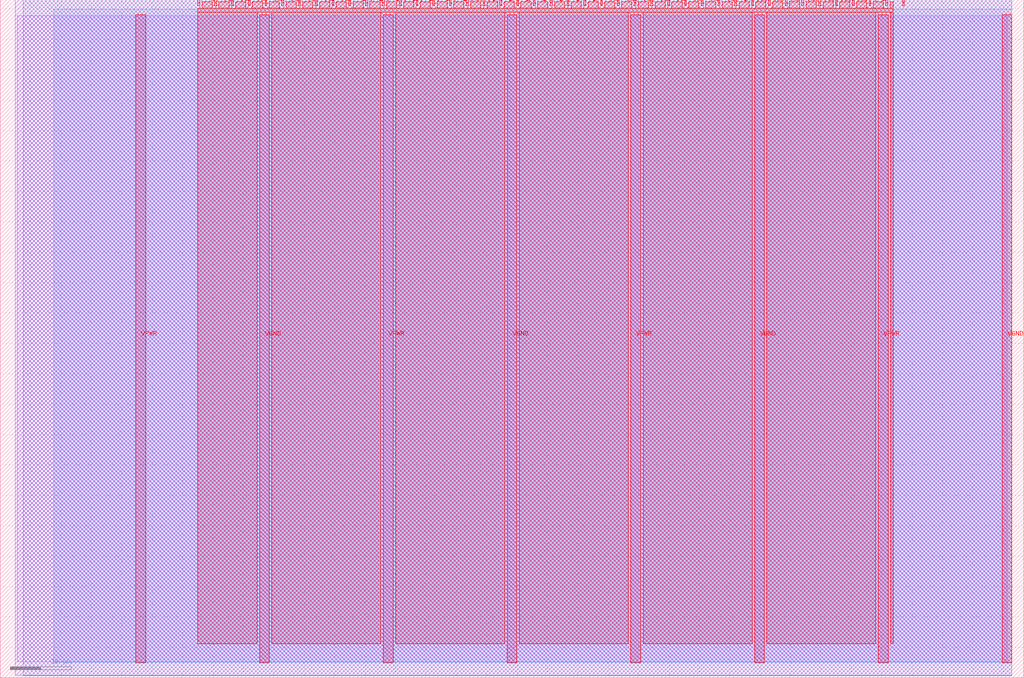
<source format=lef>
VERSION 5.7 ;
  NOWIREEXTENSIONATPIN ON ;
  DIVIDERCHAR "/" ;
  BUSBITCHARS "[]" ;
MACRO tt_um_rejunity_ay8913
  CLASS BLOCK ;
  FOREIGN tt_um_rejunity_ay8913 ;
  ORIGIN 0.000 0.000 ;
  SIZE 168.360 BY 111.520 ;
  PIN VGND
    DIRECTION INOUT ;
    USE GROUND ;
    PORT
      LAYER met4 ;
        RECT 42.670 2.480 44.270 109.040 ;
    END
    PORT
      LAYER met4 ;
        RECT 83.380 2.480 84.980 109.040 ;
    END
    PORT
      LAYER met4 ;
        RECT 124.090 2.480 125.690 109.040 ;
    END
    PORT
      LAYER met4 ;
        RECT 164.800 2.480 166.400 109.040 ;
    END
  END VGND
  PIN VPWR
    DIRECTION INOUT ;
    USE POWER ;
    PORT
      LAYER met4 ;
        RECT 22.315 2.480 23.915 109.040 ;
    END
    PORT
      LAYER met4 ;
        RECT 63.025 2.480 64.625 109.040 ;
    END
    PORT
      LAYER met4 ;
        RECT 103.735 2.480 105.335 109.040 ;
    END
    PORT
      LAYER met4 ;
        RECT 144.445 2.480 146.045 109.040 ;
    END
  END VPWR
  PIN clk
    DIRECTION INPUT ;
    USE SIGNAL ;
    ANTENNAGATEAREA 0.852000 ;
    PORT
      LAYER met4 ;
        RECT 145.670 110.520 145.970 111.520 ;
    END
  END clk
  PIN ena
    DIRECTION INPUT ;
    USE SIGNAL ;
    PORT
      LAYER met4 ;
        RECT 148.430 110.520 148.730 111.520 ;
    END
  END ena
  PIN rst_n
    DIRECTION INPUT ;
    USE SIGNAL ;
    ANTENNAGATEAREA 0.213000 ;
    PORT
      LAYER met4 ;
        RECT 142.910 110.520 143.210 111.520 ;
    END
  END rst_n
  PIN ui_in[0]
    DIRECTION INPUT ;
    USE SIGNAL ;
    ANTENNAGATEAREA 0.213000 ;
    PORT
      LAYER met4 ;
        RECT 140.150 110.520 140.450 111.520 ;
    END
  END ui_in[0]
  PIN ui_in[1]
    DIRECTION INPUT ;
    USE SIGNAL ;
    ANTENNAGATEAREA 0.213000 ;
    PORT
      LAYER met4 ;
        RECT 137.390 110.520 137.690 111.520 ;
    END
  END ui_in[1]
  PIN ui_in[2]
    DIRECTION INPUT ;
    USE SIGNAL ;
    ANTENNAGATEAREA 0.213000 ;
    PORT
      LAYER met4 ;
        RECT 134.630 110.520 134.930 111.520 ;
    END
  END ui_in[2]
  PIN ui_in[3]
    DIRECTION INPUT ;
    USE SIGNAL ;
    ANTENNAGATEAREA 0.159000 ;
    PORT
      LAYER met4 ;
        RECT 131.870 110.520 132.170 111.520 ;
    END
  END ui_in[3]
  PIN ui_in[4]
    DIRECTION INPUT ;
    USE SIGNAL ;
    ANTENNAGATEAREA 0.196500 ;
    PORT
      LAYER met4 ;
        RECT 129.110 110.520 129.410 111.520 ;
    END
  END ui_in[4]
  PIN ui_in[5]
    DIRECTION INPUT ;
    USE SIGNAL ;
    ANTENNAGATEAREA 0.159000 ;
    PORT
      LAYER met4 ;
        RECT 126.350 110.520 126.650 111.520 ;
    END
  END ui_in[5]
  PIN ui_in[6]
    DIRECTION INPUT ;
    USE SIGNAL ;
    ANTENNAGATEAREA 0.213000 ;
    PORT
      LAYER met4 ;
        RECT 123.590 110.520 123.890 111.520 ;
    END
  END ui_in[6]
  PIN ui_in[7]
    DIRECTION INPUT ;
    USE SIGNAL ;
    ANTENNAGATEAREA 0.213000 ;
    PORT
      LAYER met4 ;
        RECT 120.830 110.520 121.130 111.520 ;
    END
  END ui_in[7]
  PIN uio_in[0]
    DIRECTION INPUT ;
    USE SIGNAL ;
    ANTENNAGATEAREA 0.196500 ;
    PORT
      LAYER met4 ;
        RECT 118.070 110.520 118.370 111.520 ;
    END
  END uio_in[0]
  PIN uio_in[1]
    DIRECTION INPUT ;
    USE SIGNAL ;
    ANTENNAGATEAREA 0.196500 ;
    PORT
      LAYER met4 ;
        RECT 115.310 110.520 115.610 111.520 ;
    END
  END uio_in[1]
  PIN uio_in[2]
    DIRECTION INPUT ;
    USE SIGNAL ;
    ANTENNAGATEAREA 0.196500 ;
    PORT
      LAYER met4 ;
        RECT 112.550 110.520 112.850 111.520 ;
    END
  END uio_in[2]
  PIN uio_in[3]
    DIRECTION INPUT ;
    USE SIGNAL ;
    ANTENNAGATEAREA 0.196500 ;
    PORT
      LAYER met4 ;
        RECT 109.790 110.520 110.090 111.520 ;
    END
  END uio_in[3]
  PIN uio_in[4]
    DIRECTION INPUT ;
    USE SIGNAL ;
    PORT
      LAYER met4 ;
        RECT 107.030 110.520 107.330 111.520 ;
    END
  END uio_in[4]
  PIN uio_in[5]
    DIRECTION INPUT ;
    USE SIGNAL ;
    PORT
      LAYER met4 ;
        RECT 104.270 110.520 104.570 111.520 ;
    END
  END uio_in[5]
  PIN uio_in[6]
    DIRECTION INPUT ;
    USE SIGNAL ;
    PORT
      LAYER met4 ;
        RECT 101.510 110.520 101.810 111.520 ;
    END
  END uio_in[6]
  PIN uio_in[7]
    DIRECTION INPUT ;
    USE SIGNAL ;
    PORT
      LAYER met4 ;
        RECT 98.750 110.520 99.050 111.520 ;
    END
  END uio_in[7]
  PIN uio_oe[0]
    DIRECTION OUTPUT TRISTATE ;
    USE SIGNAL ;
    PORT
      LAYER met4 ;
        RECT 51.830 110.520 52.130 111.520 ;
    END
  END uio_oe[0]
  PIN uio_oe[1]
    DIRECTION OUTPUT TRISTATE ;
    USE SIGNAL ;
    PORT
      LAYER met4 ;
        RECT 49.070 110.520 49.370 111.520 ;
    END
  END uio_oe[1]
  PIN uio_oe[2]
    DIRECTION OUTPUT TRISTATE ;
    USE SIGNAL ;
    PORT
      LAYER met4 ;
        RECT 46.310 110.520 46.610 111.520 ;
    END
  END uio_oe[2]
  PIN uio_oe[3]
    DIRECTION OUTPUT TRISTATE ;
    USE SIGNAL ;
    PORT
      LAYER met4 ;
        RECT 43.550 110.520 43.850 111.520 ;
    END
  END uio_oe[3]
  PIN uio_oe[4]
    DIRECTION OUTPUT TRISTATE ;
    USE SIGNAL ;
    PORT
      LAYER met4 ;
        RECT 40.790 110.520 41.090 111.520 ;
    END
  END uio_oe[4]
  PIN uio_oe[5]
    DIRECTION OUTPUT TRISTATE ;
    USE SIGNAL ;
    PORT
      LAYER met4 ;
        RECT 38.030 110.520 38.330 111.520 ;
    END
  END uio_oe[5]
  PIN uio_oe[6]
    DIRECTION OUTPUT TRISTATE ;
    USE SIGNAL ;
    PORT
      LAYER met4 ;
        RECT 35.270 110.520 35.570 111.520 ;
    END
  END uio_oe[6]
  PIN uio_oe[7]
    DIRECTION OUTPUT TRISTATE ;
    USE SIGNAL ;
    PORT
      LAYER met4 ;
        RECT 32.510 110.520 32.810 111.520 ;
    END
  END uio_oe[7]
  PIN uio_out[0]
    DIRECTION OUTPUT TRISTATE ;
    USE SIGNAL ;
    PORT
      LAYER met4 ;
        RECT 73.910 110.520 74.210 111.520 ;
    END
  END uio_out[0]
  PIN uio_out[1]
    DIRECTION OUTPUT TRISTATE ;
    USE SIGNAL ;
    PORT
      LAYER met4 ;
        RECT 71.150 110.520 71.450 111.520 ;
    END
  END uio_out[1]
  PIN uio_out[2]
    DIRECTION OUTPUT TRISTATE ;
    USE SIGNAL ;
    PORT
      LAYER met4 ;
        RECT 68.390 110.520 68.690 111.520 ;
    END
  END uio_out[2]
  PIN uio_out[3]
    DIRECTION OUTPUT TRISTATE ;
    USE SIGNAL ;
    PORT
      LAYER met4 ;
        RECT 65.630 110.520 65.930 111.520 ;
    END
  END uio_out[3]
  PIN uio_out[4]
    DIRECTION OUTPUT TRISTATE ;
    USE SIGNAL ;
    ANTENNADIFFAREA 0.795200 ;
    PORT
      LAYER met4 ;
        RECT 62.870 110.520 63.170 111.520 ;
    END
  END uio_out[4]
  PIN uio_out[5]
    DIRECTION OUTPUT TRISTATE ;
    USE SIGNAL ;
    ANTENNADIFFAREA 0.795200 ;
    PORT
      LAYER met4 ;
        RECT 60.110 110.520 60.410 111.520 ;
    END
  END uio_out[5]
  PIN uio_out[6]
    DIRECTION OUTPUT TRISTATE ;
    USE SIGNAL ;
    ANTENNADIFFAREA 0.795200 ;
    PORT
      LAYER met4 ;
        RECT 57.350 110.520 57.650 111.520 ;
    END
  END uio_out[6]
  PIN uio_out[7]
    DIRECTION OUTPUT TRISTATE ;
    USE SIGNAL ;
    ANTENNADIFFAREA 0.795200 ;
    PORT
      LAYER met4 ;
        RECT 54.590 110.520 54.890 111.520 ;
    END
  END uio_out[7]
  PIN uo_out[0]
    DIRECTION OUTPUT TRISTATE ;
    USE SIGNAL ;
    ANTENNADIFFAREA 0.795200 ;
    PORT
      LAYER met4 ;
        RECT 95.990 110.520 96.290 111.520 ;
    END
  END uo_out[0]
  PIN uo_out[1]
    DIRECTION OUTPUT TRISTATE ;
    USE SIGNAL ;
    ANTENNADIFFAREA 1.431000 ;
    PORT
      LAYER met4 ;
        RECT 93.230 110.520 93.530 111.520 ;
    END
  END uo_out[1]
  PIN uo_out[2]
    DIRECTION OUTPUT TRISTATE ;
    USE SIGNAL ;
    ANTENNADIFFAREA 0.795200 ;
    PORT
      LAYER met4 ;
        RECT 90.470 110.520 90.770 111.520 ;
    END
  END uo_out[2]
  PIN uo_out[3]
    DIRECTION OUTPUT TRISTATE ;
    USE SIGNAL ;
    ANTENNADIFFAREA 0.445500 ;
    PORT
      LAYER met4 ;
        RECT 87.710 110.520 88.010 111.520 ;
    END
  END uo_out[3]
  PIN uo_out[4]
    DIRECTION OUTPUT TRISTATE ;
    USE SIGNAL ;
    ANTENNADIFFAREA 0.795200 ;
    PORT
      LAYER met4 ;
        RECT 84.950 110.520 85.250 111.520 ;
    END
  END uo_out[4]
  PIN uo_out[5]
    DIRECTION OUTPUT TRISTATE ;
    USE SIGNAL ;
    ANTENNADIFFAREA 0.795200 ;
    PORT
      LAYER met4 ;
        RECT 82.190 110.520 82.490 111.520 ;
    END
  END uo_out[5]
  PIN uo_out[6]
    DIRECTION OUTPUT TRISTATE ;
    USE SIGNAL ;
    ANTENNADIFFAREA 1.431000 ;
    PORT
      LAYER met4 ;
        RECT 79.430 110.520 79.730 111.520 ;
    END
  END uo_out[6]
  PIN uo_out[7]
    DIRECTION OUTPUT TRISTATE ;
    USE SIGNAL ;
    ANTENNADIFFAREA 0.445500 ;
    PORT
      LAYER met4 ;
        RECT 76.670 110.520 76.970 111.520 ;
    END
  END uo_out[7]
  OBS
      LAYER li1 ;
        RECT 2.760 2.635 165.600 108.885 ;
      LAYER met1 ;
        RECT 2.460 0.380 166.400 111.480 ;
      LAYER met2 ;
        RECT 3.780 0.350 166.370 111.510 ;
      LAYER met3 ;
        RECT 8.805 2.555 166.390 109.985 ;
      LAYER met4 ;
        RECT 33.210 110.120 34.870 111.170 ;
        RECT 35.970 110.120 37.630 111.170 ;
        RECT 38.730 110.120 40.390 111.170 ;
        RECT 41.490 110.120 43.150 111.170 ;
        RECT 44.250 110.120 45.910 111.170 ;
        RECT 47.010 110.120 48.670 111.170 ;
        RECT 49.770 110.120 51.430 111.170 ;
        RECT 52.530 110.120 54.190 111.170 ;
        RECT 55.290 110.120 56.950 111.170 ;
        RECT 58.050 110.120 59.710 111.170 ;
        RECT 60.810 110.120 62.470 111.170 ;
        RECT 63.570 110.120 65.230 111.170 ;
        RECT 66.330 110.120 67.990 111.170 ;
        RECT 69.090 110.120 70.750 111.170 ;
        RECT 71.850 110.120 73.510 111.170 ;
        RECT 74.610 110.120 76.270 111.170 ;
        RECT 77.370 110.120 79.030 111.170 ;
        RECT 80.130 110.120 81.790 111.170 ;
        RECT 82.890 110.120 84.550 111.170 ;
        RECT 85.650 110.120 87.310 111.170 ;
        RECT 88.410 110.120 90.070 111.170 ;
        RECT 91.170 110.120 92.830 111.170 ;
        RECT 93.930 110.120 95.590 111.170 ;
        RECT 96.690 110.120 98.350 111.170 ;
        RECT 99.450 110.120 101.110 111.170 ;
        RECT 102.210 110.120 103.870 111.170 ;
        RECT 104.970 110.120 106.630 111.170 ;
        RECT 107.730 110.120 109.390 111.170 ;
        RECT 110.490 110.120 112.150 111.170 ;
        RECT 113.250 110.120 114.910 111.170 ;
        RECT 116.010 110.120 117.670 111.170 ;
        RECT 118.770 110.120 120.430 111.170 ;
        RECT 121.530 110.120 123.190 111.170 ;
        RECT 124.290 110.120 125.950 111.170 ;
        RECT 127.050 110.120 128.710 111.170 ;
        RECT 129.810 110.120 131.470 111.170 ;
        RECT 132.570 110.120 134.230 111.170 ;
        RECT 135.330 110.120 136.990 111.170 ;
        RECT 138.090 110.120 139.750 111.170 ;
        RECT 140.850 110.120 142.510 111.170 ;
        RECT 143.610 110.120 145.270 111.170 ;
        RECT 146.370 110.120 146.905 111.170 ;
        RECT 32.495 109.440 146.905 110.120 ;
        RECT 32.495 5.615 42.270 109.440 ;
        RECT 44.670 5.615 62.625 109.440 ;
        RECT 65.025 5.615 82.980 109.440 ;
        RECT 85.380 5.615 103.335 109.440 ;
        RECT 105.735 5.615 123.690 109.440 ;
        RECT 126.090 5.615 144.045 109.440 ;
        RECT 146.445 5.615 146.905 109.440 ;
  END
END tt_um_rejunity_ay8913
END LIBRARY


</source>
